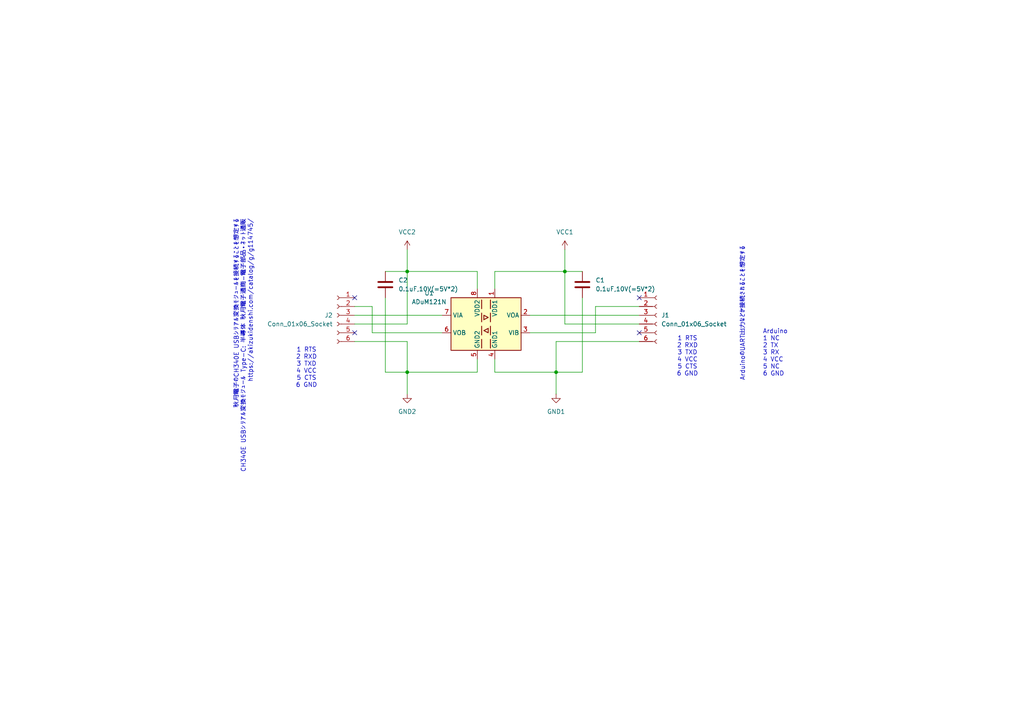
<source format=kicad_sch>
(kicad_sch (version 20250114) (generator "eeschema") (generator_version "9.0")
  (paper "A4")
  (title_block (title "usb_typec_serial_insulation") (date "2026-02-12") (rev "V1.1") (company "takurx") (comment 1 "ADuM121N") (comment 2 "add C1, C2"))
  (lib_symbols
    (symbol "Connector:Conn_01x06_Socket" (pin_names (offset 1.016) (hide yes))
      (property "Reference" "J" (at 0 7.62 0))
      (property "Value" "Conn_01x06_Socket" (at 0 -10.16 0))
      (symbol "Conn_01x06_Socket_1_1"
        (polyline (pts (xy -1.27 5.08) (xy -0.508 5.08)) (stroke (width 0.1524)))
        (polyline (pts (xy -1.27 2.54) (xy -0.508 2.54)) (stroke (width 0.1524)))
        (polyline (pts (xy -1.27 0) (xy -0.508 0)) (stroke (width 0.1524)))
        (polyline (pts (xy -1.27 -2.54) (xy -0.508 -2.54)) (stroke (width 0.1524)))
        (polyline (pts (xy -1.27 -5.08) (xy -0.508 -5.08)) (stroke (width 0.1524)))
        (polyline (pts (xy -1.27 -7.62) (xy -0.508 -7.62)) (stroke (width 0.1524)))
        (arc (start 0 4.572) (mid -0.5058 5.08) (end 0 5.588) (stroke (width 0.1524)))
        (arc (start 0 2.032) (mid -0.5058 2.54) (end 0 3.048) (stroke (width 0.1524)))
        (arc (start 0 -0.508) (mid -0.5058 0) (end 0 0.508) (stroke (width 0.1524)))
        (arc (start 0 -3.048) (mid -0.5058 -2.54) (end 0 -2.032) (stroke (width 0.1524)))
        (arc (start 0 -5.588) (mid -0.5058 -5.08) (end 0 -4.572) (stroke (width 0.1524)))
        (arc (start 0 -8.128) (mid -0.5058 -7.62) (end 0 -7.112) (stroke (width 0.1524)))
        (pin passive line (at -5.08 5.08 0) (length 3.81) (name "Pin_1") (number "1"))
        (pin passive line (at -5.08 2.54 0) (length 3.81) (name "Pin_2") (number "2"))
        (pin passive line (at -5.08 0 0) (length 3.81) (name "Pin_3") (number "3"))
        (pin passive line (at -5.08 -2.54 0) (length 3.81) (name "Pin_4") (number "4"))
        (pin passive line (at -5.08 -5.08 0) (length 3.81) (name "Pin_5") (number "5"))
        (pin passive line (at -5.08 -7.62 0) (length 3.81) (name "Pin_6") (number "6"))
      )
    )
    (symbol "Device:C" (pin_numbers (hide yes)) (pin_names (offset 0.254))
      (property "Reference" "C" (at 0.635 2.54 0))
      (property "Value" "C" (at 0.635 -2.54 0))
      (symbol "C_0_1"
        (polyline (pts (xy -2.032 0.762) (xy 2.032 0.762)) (stroke (width 0.508)))
        (polyline (pts (xy -2.032 -0.762) (xy 2.032 -0.762)) (stroke (width 0.508)))
      )
      (symbol "C_1_1"
        (pin passive line (at 0 3.81 270) (length 2.794) (name "~") (number "1"))
        (pin passive line (at 0 -3.81 90) (length 2.794) (name "~") (number "2"))
      )
    )
    (symbol "Isolator:ADuM121N"
      (property "Reference" "U" (at -10.16 8.89 0))
      (property "Value" "ADuM121N" (at 3.81 8.89 0))
      (symbol "ADuM121N_0_1"
        (rectangle (start -10.16 7.62) (end 10.16 -7.62) (stroke (width 0.254)) (fill (type background)))
        (polyline (pts (xy -1.27 6.985) (xy -1.27 4.445)) (stroke (width 0.254)))
        (polyline (pts (xy -1.27 3.175) (xy -1.27 0.635)) (stroke (width 0.254)))
        (polyline (pts (xy -1.27 -0.635) (xy -1.27 -3.175)) (stroke (width 0.254)))
        (polyline (pts (xy -1.27 -4.445) (xy -1.27 -6.985)) (stroke (width 0.254)))
        (polyline (pts (xy -0.635 -1.27) (xy -0.635 -2.54) (xy 0.635 -1.905) (xy -0.635 -1.27)) (stroke (width 0.254)))
        (polyline (pts (xy 0.635 1.27) (xy -0.635 1.905) (xy 0.635 2.54) (xy 0.635 1.27)) (stroke (width 0.254)))
        (polyline (pts (xy 1.27 6.985) (xy 1.27 4.445)) (stroke (width 0.254)))
        (polyline (pts (xy 1.27 3.175) (xy 1.27 0.635)) (stroke (width 0.254)))
        (polyline (pts (xy 1.27 -0.635) (xy 1.27 -3.175)) (stroke (width 0.254)))
        (polyline (pts (xy 1.27 -4.445) (xy 1.27 -6.985)) (stroke (width 0.254)))
      )
      (symbol "ADuM121N_1_1"
        (pin output line (at -12.7 2.54 0) (length 2.54) (name "VOA") (number "2"))
        (pin input line (at -12.7 -2.54 0) (length 2.54) (name "VIB") (number "3"))
        (pin power_in line (at -2.54 10.16 270) (length 2.54) (name "VDD1") (number "1"))
        (pin power_in line (at -2.54 -10.16 90) (length 2.54) (name "GND1") (number "4"))
        (pin power_in line (at 2.54 10.16 270) (length 2.54) (name "VDD2") (number "8"))
        (pin power_in line (at 2.54 -10.16 90) (length 2.54) (name "GND2") (number "5"))
        (pin input line (at 12.7 2.54 180) (length 2.54) (name "VIA") (number "7"))
        (pin output line (at 12.7 -2.54 180) (length 2.54) (name "VOB") (number "6"))
      )
    )
    (symbol "power:GND1" (power) (pin_numbers (hide yes)) (pin_names (offset 0) (hide yes))
      (property "Value" "GND1" (at 0 -3.81 0))
      (symbol "GND1_0_1"
        (polyline (pts (xy 0 0) (xy 0 -1.27) (xy 1.27 -1.27) (xy 0 -2.54) (xy -1.27 -1.27) (xy 0 -1.27)))
      )
      (symbol "GND1_1_1"
        (pin power_in line (at 0 0 270) (length 0) (name "~") (number "1"))
      )
    )
    (symbol "power:GND2" (power) (pin_numbers (hide yes)) (pin_names (offset 0) (hide yes))
      (property "Value" "GND2" (at 0 -3.81 0))
      (symbol "GND2_0_1"
        (polyline (pts (xy 0 0) (xy 0 -1.27) (xy 1.27 -1.27) (xy 0 -2.54) (xy -1.27 -1.27) (xy 0 -1.27)))
      )
      (symbol "GND2_1_1"
        (pin power_in line (at 0 0 270) (length 0) (name "~") (number "1"))
      )
    )
    (symbol "power:VCC" (power) (pin_numbers (hide yes)) (pin_names (offset 0) (hide yes))
      (property "Value" "VCC" (at 0 3.556 0))
      (symbol "VCC_0_1"
        (polyline (pts (xy -0.762 1.27) (xy 0 2.54)))
        (polyline (pts (xy 0 2.54) (xy 0.762 1.27)))
        (polyline (pts (xy 0 0) (xy 0 2.54)))
      )
      (symbol "VCC_1_1"
        (pin power_in line (at 0 0 90) (length 0) (name "~") (number "1"))
      )
    )
  )
  (text "1 RTS\n2 RXD\n3 TXD\n4 VCC\n5 CTS\n6 GND" (at 199.39 103.378 0) (effects (font (size 1.27 1.27))))
  (text "ArduinoのUART出力などが接続されることを想定する\n" (at 215.392 71.374 90) (effects (font (size 1.27 1.27)) (justify right)))
  (text "秋月電子のCH340E USBシリアル変換モジュールを接続することを想定する\nCH340E USBシリアル変換モジュール Type-C: 半導体 秋月電子通商-電子部品・ネット通販\nhttps://akizukidenshi.com/catalog/g/g114745/" (at 70.612 63.5 90) (effects (font (size 1.27 1.27)) (justify right)))
  (text "1 RTS\n2 RXD\n3 TXD\n4 VCC\n5 CTS\n6 GND" (at 88.9 106.68 0) (effects (font (size 1.27 1.27))))
  (text "Arduino\n1 NC\n2 TX\n3 RX\n4 VCC\n5 NC\n6 GND" (at 221.234 102.362 0) (effects (font (size 1.27 1.27)) (justify left)))
  (junction (at 118.11 78.74))
  (junction (at 161.29 107.95))
  (junction (at 163.83 78.74))
  (junction (at 118.11 107.95))
  (no_connect (at 102.87 96.52))
  (no_connect (at 102.87 86.36))
  (no_connect (at 185.42 96.52))
  (no_connect (at 185.42 86.36))
  (wire (pts (xy 118.11 114.3) (xy 118.11 107.95)))
  (wire (pts (xy 138.43 83.82) (xy 138.43 78.74)))
  (wire (pts (xy 143.51 104.14) (xy 143.51 107.95)))
  (wire (pts (xy 118.11 99.06) (xy 102.87 99.06)))
  (wire (pts (xy 111.76 107.95) (xy 118.11 107.95)))
  (wire (pts (xy 118.11 78.74) (xy 118.11 93.98)))
  (wire (pts (xy 163.83 93.98) (xy 163.83 78.74)))
  (wire (pts (xy 185.42 99.06) (xy 161.29 99.06)))
  (wire (pts (xy 143.51 78.74) (xy 163.83 78.74)))
  (wire (pts (xy 143.51 83.82) (xy 143.51 78.74)))
  (wire (pts (xy 111.76 86.36) (xy 111.76 107.95)))
  (wire (pts (xy 168.91 107.95) (xy 161.29 107.95)))
  (wire (pts (xy 168.91 86.36) (xy 168.91 107.95)))
  (wire (pts (xy 111.76 78.74) (xy 118.11 78.74)))
  (wire (pts (xy 107.95 96.52) (xy 128.27 96.52)))
  (wire (pts (xy 138.43 104.14) (xy 138.43 107.95)))
  (wire (pts (xy 118.11 107.95) (xy 118.11 99.06)))
  (wire (pts (xy 163.83 78.74) (xy 168.91 78.74)))
  (wire (pts (xy 118.11 93.98) (xy 102.87 93.98)))
  (wire (pts (xy 143.51 107.95) (xy 161.29 107.95)))
  (wire (pts (xy 172.72 88.9) (xy 172.72 96.52)))
  (wire (pts (xy 107.95 96.52) (xy 107.95 88.9)))
  (wire (pts (xy 163.83 78.74) (xy 163.83 72.39)))
  (wire (pts (xy 161.29 107.95) (xy 161.29 114.3)))
  (wire (pts (xy 153.67 91.44) (xy 185.42 91.44)))
  (wire (pts (xy 172.72 96.52) (xy 153.67 96.52)))
  (wire (pts (xy 138.43 107.95) (xy 118.11 107.95)))
  (wire (pts (xy 118.11 72.39) (xy 118.11 78.74)))
  (wire (pts (xy 185.42 88.9) (xy 172.72 88.9)))
  (wire (pts (xy 185.42 93.98) (xy 163.83 93.98)))
  (wire (pts (xy 161.29 99.06) (xy 161.29 107.95)))
  (wire (pts (xy 138.43 78.74) (xy 118.11 78.74)))
  (wire (pts (xy 102.87 91.44) (xy 128.27 91.44)))
  (wire (pts (xy 107.95 88.9) (xy 102.87 88.9)))
  (symbol (lib_id "power:GND2") (at 161.29 114.3 0) (unit 1)
    (property "Reference" "#PWR02" (effects (hide yes)))
    (property "Value" "GND1" (at 161.29 119.38 0))
    (property "Description" "Power symbol creates a global label with name \"GND2\" , ground" (effects (hide yes)))
  )
  (symbol (lib_id "Device:C") (at 168.91 82.55 0) (unit 1)
    (property "Reference" "C1" (at 172.72 81.2799 0) (effects (justify left)))
    (property "Value" "0.1uF,10V(=5V*2)" (at 172.72 83.8199 0) (effects (justify left)))
    (property "Footprint" "Capacitor_SMD:C_0603_1608Metric_Pad1.08x0.95mm_HandSolder" (effects (hide yes)))
    (property "Description" "Unpolarized capacitor" (effects (hide yes)))
  )
  (symbol (lib_id "power:VCC") (at 163.83 72.39 0) (unit 1)
    (property "Reference" "#PWR04" (effects (hide yes)))
    (property "Value" "VCC1" (at 163.83 67.31 0))
    (property "Description" "Power symbol creates a global label with name \"VCC\"" (effects (hide yes)))
  )
  (symbol (lib_id "Device:C") (at 111.76 82.55 0) (unit 1)
    (property "Reference" "C2" (at 115.57 81.2799 0) (effects (justify left)))
    (property "Value" "0.1uF,10V(=5V*2)" (at 115.57 83.8199 0) (effects (justify left)))
    (property "Footprint" "Capacitor_SMD:C_0603_1608Metric_Pad1.08x0.95mm_HandSolder" (effects (hide yes)))
    (property "Description" "Unpolarized capacitor" (effects (hide yes)))
  )
  (symbol (lib_id "power:GND1") (at 118.11 114.3 0) (unit 1)
    (property "Reference" "#PWR01" (effects (hide yes)))
    (property "Value" "GND2" (at 118.11 119.38 0))
    (property "Description" "Power symbol creates a global label with name \"GND1\" , ground" (effects (hide yes)))
  )
  (symbol (lib_id "Isolator:ADuM121N") (at 140.97 93.98 0) (mirror y) (unit 1)
    (property "Reference" "U1" (at 124.46 85.0198 0))
    (property "Value" "ADuM121N" (at 124.46 87.5598 0))
    (property "Footprint" "Package_SO:SOIC-8_3.9x4.9mm_P1.27mm" (effects (hide yes)))
    (property "Datasheet" "https://www.analog.com/media/en/technical-documentation/data-sheets/ADuM120N_121N.pdf" (effects (hide yes)))
    (property "Description" "Dual-channel digital isolator,1.8 to 5V, 150Mbs, 3kV" (effects (hide yes)))
  )
  (symbol (lib_id "Connector:Conn_01x06_Socket") (at 190.5 91.44 0) (unit 1)
    (property "Reference" "J1" (at 191.77 91.4399 0) (effects (justify left)))
    (property "Value" "Conn_01x06_Socket" (at 191.77 93.9799 0) (effects (justify left)))
    (property "Footprint" "Connector_PinHeader_2.54mm:PinHeader_1x06_P2.54mm_Vertical" (effects (hide yes)))
    (property "Description" "Generic connector, single row, 01x06, script generated" (effects (hide yes)))
  )
  (symbol (lib_id "Connector:Conn_01x06_Socket") (at 97.79 91.44 0) (mirror y) (unit 1)
    (property "Reference" "J2" (at 96.52 91.4399 0) (effects (justify left)))
    (property "Value" "Conn_01x06_Socket" (at 96.52 93.9799 0) (effects (justify left)))
    (property "Footprint" "Connector_PinHeader_2.54mm:PinHeader_1x06_P2.54mm_Vertical" (effects (hide yes)))
    (property "Description" "Generic connector, single row, 01x06, script generated" (effects (hide yes)))
  )
  (symbol (lib_id "power:VCC") (at 118.11 72.39 0) (unit 1)
    (property "Reference" "#PWR05" (effects (hide yes)))
    (property "Value" "VCC2" (at 118.11 67.31 0))
    (property "Description" "Power symbol creates a global label with name \"VCC\"" (effects (hide yes)))
  )
)
</source>
